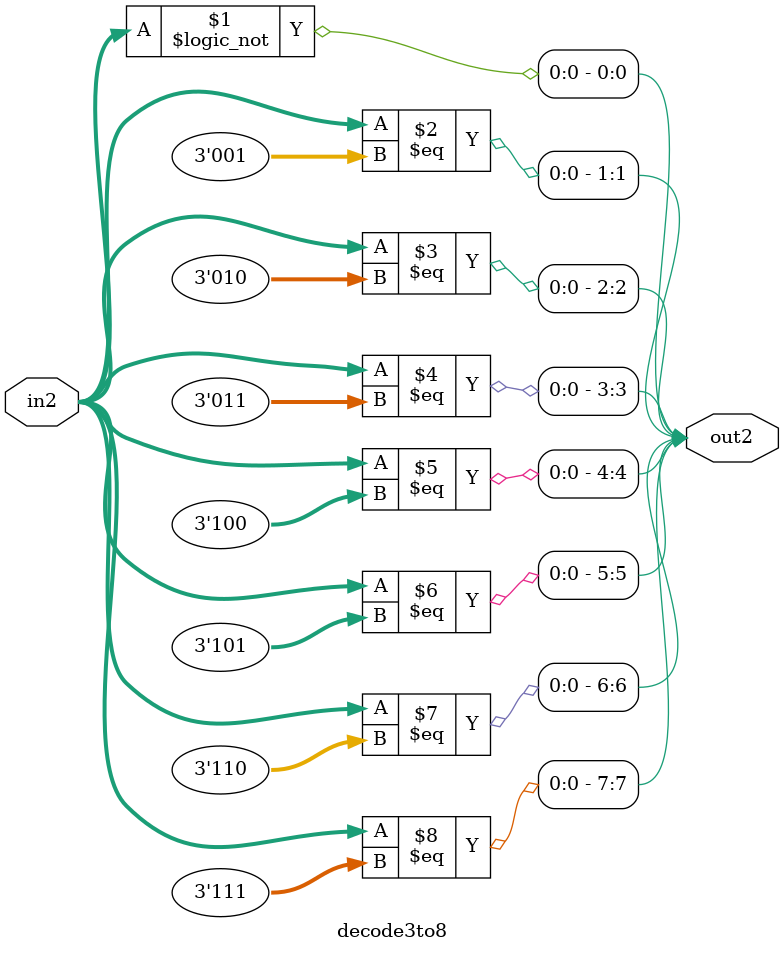
<source format=sv>
`default_nettype none

module top (
  // I/O ports
  input  logic hz100, reset,
  input  logic [20:0] pb,
  output logic [7:0] left, right,
         ss7, ss6, ss5, ss4, ss3, ss2, ss1, ss0,
  output logic red, green, blue,

  // UART ports
  output logic [7:0] txdata,
  input  logic [7:0] rxdata,
  output logic txclk, rxclk,
  input  logic txready, rxready
);

  // Your code goes here...
  logic [15:0] in, out;
  logic [2:0] in2;
  logic [7:0] out2;
  logic [7:0] step1;
  
  
  assign ss0[6:0] = pb[6:0];
  bargraph led(.out({left[7:0], right[7:0]}), .in(pb[15:0]));
  decode3to8 v1(.out2({ss7[7], ss6[7], ss5[7], ss4[7], ss3[7], ss2[7], ss1[7], ss0[7]}), .in2(pb[2:0]));
  
endmodule

// Add your submodules below.

module bargraph(output logic [15:0]out, input logic [15:0]in);

    assign out[0] = |in[15:0];
    assign out[1] = |in[15:1];
    assign out[2] = |in[15:2];
    assign out[3] = |in[15:3];
    assign out[4] = |in[15:4];
    assign out[5] = |in[15:5];
    assign out[6] = |in[15:6];
    assign out[7] = |in[15:7];
    assign out[8] = |in[15:8];
    assign out[9] = |in[15:9];
    assign out[10] = |in[15:10];
    assign out[11] = |in[15:11];
    assign out[12] = |in[15:12];
    assign out[13] = |in[15:13];
    assign out[14] = |in[15:14];
    assign out[15] = in[15];
    
endmodule


module decode3to8(output logic [7:0]out2, input logic [2:0]in2);

    assign out2[0] = (in2[2:0] == 3'b000);
    assign out2[1] = (in2[2:0] == 3'b001); 
    assign out2[2] = (in2[2:0] == 3'b010); 
    assign out2[3] = (in2[2:0] == 3'b011); 
    assign out2[4] = (in2[2:0] == 3'b100); 
    assign out2[5] = (in2[2:0] == 3'b101); 
    assign out2[6] = (in2[2:0] == 3'b110); 
    assign out2[7] = (in2[2:0] == 3'b111); 
    
endmodule

</source>
